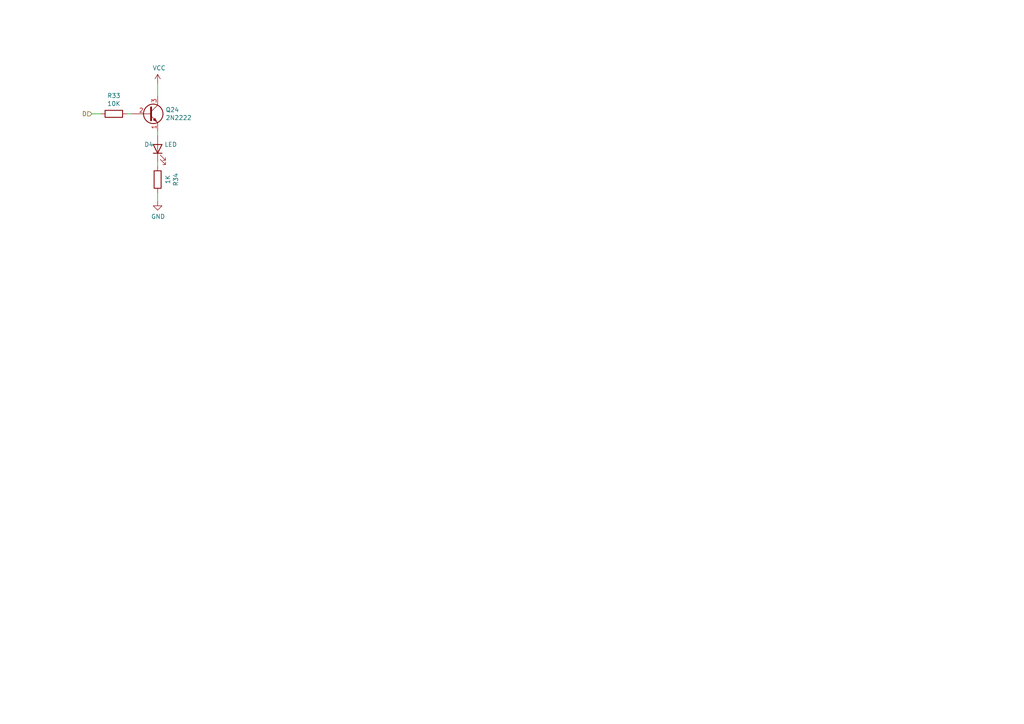
<source format=kicad_sch>
(kicad_sch (version 20230121) (generator eeschema)
  (paper "A4")
  (lib_symbols
    (symbol "2n2222:2N2222" (pin_names (offset 0) hide)
      (property "Reference" "Q" (at 5.08 1.905 0))
      (property "Value" "2N2222" (at 5.08 0 0))
      (symbol "2N2222_0_1"
        (polyline (pts (xy 0.635 0.635) (xy 2.54 2.54)))
        (polyline (pts (xy 0.635 -0.635) (xy 2.54 -2.54) (xy 2.54 -2.54)))
        (polyline (pts (xy 0.635 1.905) (xy 0.635 -1.905) (xy 0.635 -1.905)) (stroke (width 0.508)))
        (polyline (pts (xy 1.27 -1.778) (xy 1.778 -1.27) (xy 2.286 -2.286) (xy 1.27 -1.778) (xy 1.27 -1.778)) (fill (type outline)))
        (circle (center 1.27 0) (radius 2.8194) (stroke (width 0.254)))
      )
      (symbol "2N2222_1_1"
        (pin passive line (at 2.54 -5.08 90) (length 2.54) (name "E") (number "1"))
        (pin passive line (at -5.08 0 0) (length 5.715) (name "B") (number "2"))
        (pin passive line (at 2.54 5.08 270) (length 2.54) (name "C") (number "3"))
      )
    )
    (symbol "Device:LED" (pin_numbers hide) (pin_names (offset 1.016) hide)
      (property "Reference" "D" (at 0 2.54 0))
      (property "Value" "LED" (at 0 -2.54 0))
      (symbol "LED_0_1"
        (polyline (pts (xy -1.27 -1.27) (xy -1.27 1.27)) (stroke (width 0.254)))
        (polyline (pts (xy -1.27 0) (xy 1.27 0)))
        (polyline (pts (xy 1.27 -1.27) (xy 1.27 1.27) (xy -1.27 0) (xy 1.27 -1.27)) (stroke (width 0.254)))
        (polyline (pts (xy -3.048 -0.762) (xy -4.572 -2.286) (xy -3.81 -2.286) (xy -4.572 -2.286) (xy -4.572 -1.524)))
        (polyline (pts (xy -1.778 -0.762) (xy -3.302 -2.286) (xy -2.54 -2.286) (xy -3.302 -2.286) (xy -3.302 -1.524)))
      )
      (symbol "LED_1_1"
        (pin passive line (at -3.81 0 0) (length 2.54) (name "K") (number "1"))
        (pin passive line (at 3.81 0 180) (length 2.54) (name "A") (number "2"))
      )
    )
    (symbol "Device:R" (pin_numbers hide) (pin_names (offset 0))
      (property "Reference" "R" (at 2.032 0 90))
      (property "Value" "R" (at 0 0 90))
      (symbol "R_0_1"
        (rectangle (start -1.016 -2.54) (end 1.016 2.54) (stroke (width 0.254)))
      )
      (symbol "R_1_1"
        (pin passive line (at 0 3.81 270) (length 1.27) (name "~") (number "1"))
        (pin passive line (at 0 -3.81 90) (length 1.27) (name "~") (number "2"))
      )
    )
    (symbol "power:GND" (power) (pin_names (offset 0))
      (property "Value" "GND" (at 0 -3.81 0))
      (symbol "GND_0_1"
        (polyline (pts (xy 0 0) (xy 0 -1.27) (xy 1.27 -1.27) (xy 0 -2.54) (xy -1.27 -1.27) (xy 0 -1.27)))
      )
      (symbol "GND_1_1"
        (pin power_in line (at 0 0 270) (length 0) hide (name "GND") (number "1"))
      )
    )
    (symbol "power:VCC" (power) (pin_names (offset 0))
      (property "Value" "VCC" (at 0 3.81 0))
      (symbol "VCC_0_1"
        (polyline (pts (xy -0.762 1.27) (xy 0 2.54)))
        (polyline (pts (xy 0 0) (xy 0 2.54)))
        (polyline (pts (xy 0 2.54) (xy 0.762 1.27)))
      )
      (symbol "VCC_1_1"
        (pin power_in line (at 0 0 90) (length 0) hide (name "VCC") (number "1"))
      )
    )
  )
  (wire (pts (xy 29.21 33.02) (xy 26.67 33.02)))
  (wire (pts (xy 45.72 48.26) (xy 45.72 46.99)))
  (wire (pts (xy 45.72 27.94) (xy 45.72 24.13)))
  (wire (pts (xy 45.72 38.1) (xy 45.72 39.37)))
  (wire (pts (xy 38.1 33.02) (xy 36.83 33.02)))
  (wire (pts (xy 45.72 58.42) (xy 45.72 55.88)))
  (hierarchical_label "D" (shape input) (at 26.67 33.02 180))
  (symbol (lib_id "Device:LED") (at 45.72 43.18 90) (unit 1)
    (property "Reference" "D4" (at 43.18 41.91 90))
    (property "Value" "LED" (at 49.53 41.91 90))
    (property "Footprint" "LED_THT:LED_D5.0mm" (effects hide))
  )
  (symbol (lib_id "power:VCC") (at 45.72 24.13 0) (unit 1)
    (property "Reference" "#PWR048" (effects hide))
    (property "Value" "VCC" (at 46.1518 19.7358 0))
  )
  (symbol (lib_id "Device:R") (at 45.72 52.07 180) (unit 1)
    (property "Reference" "R34" (at 50.9778 52.07 90))
    (property "Value" "1K" (at 48.6664 52.07 90))
    (property "Footprint" "Resistor_THT:R_Axial_DIN0309_L9.0mm_D3.2mm_P12.70mm_Horizontal" (effects hide))
  )
  (symbol (lib_id "power:GND") (at 45.72 58.42 0) (unit 1)
    (property "Reference" "#PWR049" (effects hide))
    (property "Value" "GND" (at 45.847 62.8142 0))
  )
  (symbol (lib_id "Device:R") (at 33.02 33.02 270) (unit 1)
    (property "Reference" "R33" (at 33.02 27.7622 90))
    (property "Value" "10K" (at 33.02 30.0736 90))
    (property "Footprint" "Resistor_THT:R_Axial_DIN0309_L9.0mm_D3.2mm_P12.70mm_Horizontal" (effects hide))
  )
  (symbol (lib_id "2n2222:2N2222") (at 43.18 33.02 0) (unit 1)
    (property "Reference" "Q24" (at 48.006 31.8516 0) (effects (justify left)))
    (property "Value" "2N2222" (at 48.006 34.163 0) (effects (justify left)))
    (property "Footprint" "Package_TO_SOT_THT:TO-92_Inline" (effects hide))
    (property "Datasheet" "https://www.fairchildsemi.com/datasheets/2N/2N3904.pdf" (effects hide))
  )
)
</source>
